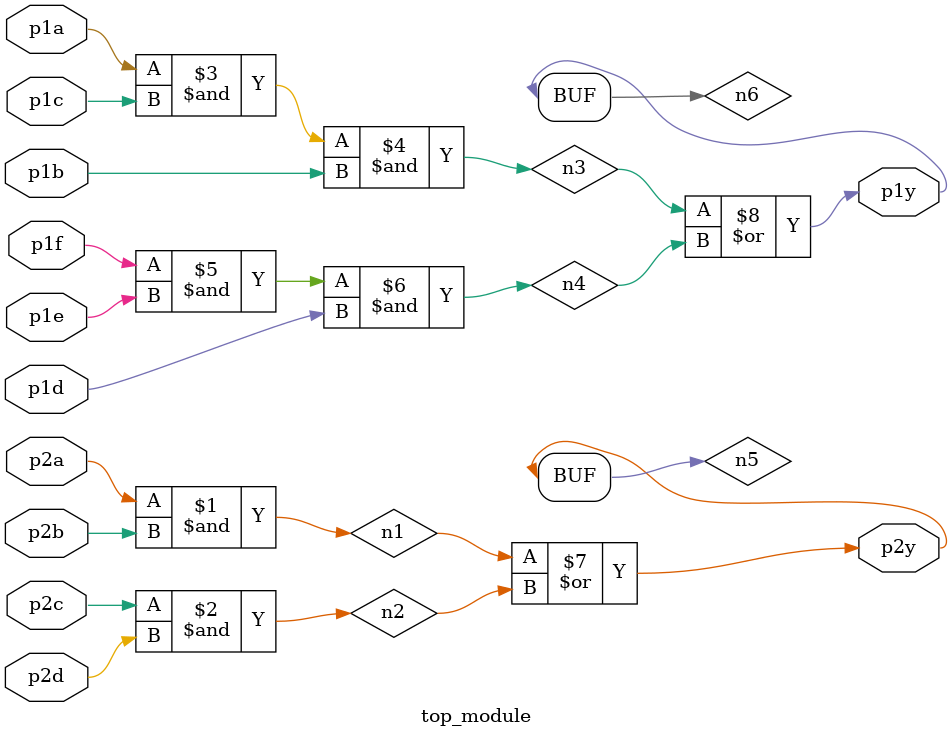
<source format=v>
module top_module ( 
    input p1a, p1b, p1c, p1d, p1e, p1f,
    output p1y,
    input p2a, p2b, p2c, p2d,
    output p2y );
    wire n1,n2,n3,n4,n5,n6;
   assign n1= p2a & p2b;
   assign n2= p2c & p2d;
   assign n3= p1a & p1c & p1b;
   assign n4= p1f & p1e & p1d;
   assign n5= n1 | n2;
   assign n6= n3 | n4;
   assign p2y= n5;
   assign p1y=  n6;


endmodule

</source>
